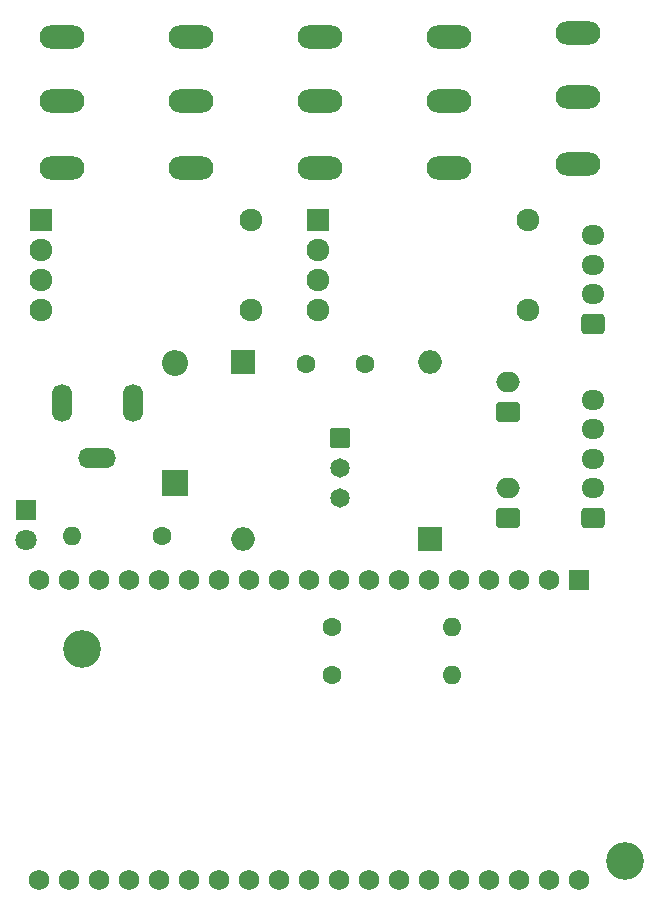
<source format=gbr>
%TF.GenerationSoftware,KiCad,Pcbnew,7.0.10*%
%TF.CreationDate,2025-05-14T10:04:40+02:00*%
%TF.ProjectId,Carte_driver_LED,43617274-655f-4647-9269-7665725f4c45,rev?*%
%TF.SameCoordinates,Original*%
%TF.FileFunction,Soldermask,Top*%
%TF.FilePolarity,Negative*%
%FSLAX46Y46*%
G04 Gerber Fmt 4.6, Leading zero omitted, Abs format (unit mm)*
G04 Created by KiCad (PCBNEW 7.0.10) date 2025-05-14 10:04:40*
%MOMM*%
%LPD*%
G01*
G04 APERTURE LIST*
G04 Aperture macros list*
%AMRoundRect*
0 Rectangle with rounded corners*
0 $1 Rounding radius*
0 $2 $3 $4 $5 $6 $7 $8 $9 X,Y pos of 4 corners*
0 Add a 4 corners polygon primitive as box body*
4,1,4,$2,$3,$4,$5,$6,$7,$8,$9,$2,$3,0*
0 Add four circle primitives for the rounded corners*
1,1,$1+$1,$2,$3*
1,1,$1+$1,$4,$5*
1,1,$1+$1,$6,$7*
1,1,$1+$1,$8,$9*
0 Add four rect primitives between the rounded corners*
20,1,$1+$1,$2,$3,$4,$5,0*
20,1,$1+$1,$4,$5,$6,$7,0*
20,1,$1+$1,$6,$7,$8,$9,0*
20,1,$1+$1,$8,$9,$2,$3,0*%
G04 Aperture macros list end*
%ADD10O,3.804000X2.004000*%
%ADD11C,1.600000*%
%ADD12O,1.600000X1.600000*%
%ADD13RoundRect,0.102000X-0.724000X0.724000X-0.724000X-0.724000X0.724000X-0.724000X0.724000X0.724000X0*%
%ADD14C,1.652000*%
%ADD15RoundRect,0.102000X-0.862500X-0.862500X0.862500X-0.862500X0.862500X0.862500X-0.862500X0.862500X0*%
%ADD16C,1.929000*%
%ADD17RoundRect,0.250000X0.725000X-0.600000X0.725000X0.600000X-0.725000X0.600000X-0.725000X-0.600000X0*%
%ADD18O,1.950000X1.700000*%
%ADD19O,1.712000X3.220000*%
%ADD20O,3.220000X1.712000*%
%ADD21RoundRect,0.250000X0.750000X-0.600000X0.750000X0.600000X-0.750000X0.600000X-0.750000X-0.600000X0*%
%ADD22O,2.000000X1.700000*%
%ADD23R,2.200000X2.200000*%
%ADD24O,2.200000X2.200000*%
%ADD25C,3.200000*%
%ADD26R,2.000000X2.000000*%
%ADD27O,2.000000X2.000000*%
%ADD28R,1.800000X1.800000*%
%ADD29C,1.800000*%
%ADD30RoundRect,0.102000X-0.765000X0.765000X-0.765000X-0.765000X0.765000X-0.765000X0.765000X0.765000X0*%
%ADD31C,1.734000*%
G04 APERTURE END LIST*
D10*
%TO.C,J3*%
X48175000Y-22250000D03*
X48175000Y-27650000D03*
X48175000Y-33350000D03*
%TD*%
D11*
%TO.C,R1*%
X34810000Y-64450000D03*
D12*
X27190000Y-64450000D03*
%TD*%
D13*
%TO.C,U1*%
X49915000Y-56200000D03*
D14*
X49915000Y-58740000D03*
X49915000Y-61280000D03*
%TD*%
D15*
%TO.C,U3*%
X48045000Y-37685000D03*
D16*
X48045000Y-40225000D03*
X48045000Y-42765000D03*
X48045000Y-45305000D03*
X65825000Y-45305000D03*
X65825000Y-37685000D03*
%TD*%
D11*
%TO.C,R3*%
X49220000Y-76200000D03*
D12*
X59380000Y-76200000D03*
%TD*%
D17*
%TO.C,J8*%
X71325000Y-46500000D03*
D18*
X71325000Y-44000000D03*
X71325000Y-41500000D03*
X71325000Y-39000000D03*
%TD*%
D10*
%TO.C,J4*%
X37250000Y-22250000D03*
X37250000Y-27650000D03*
X37250000Y-33350000D03*
%TD*%
D19*
%TO.C,J1*%
X32325000Y-53200000D03*
X26325000Y-53200000D03*
D20*
X29325000Y-57900000D03*
%TD*%
D10*
%TO.C,J5*%
X26325000Y-22250000D03*
X26325000Y-27650000D03*
X26325000Y-33350000D03*
%TD*%
D21*
%TO.C,J9*%
X64091666Y-53950000D03*
D22*
X64091666Y-51450000D03*
%TD*%
D23*
%TO.C,D4*%
X35900000Y-59960000D03*
D24*
X35900000Y-49800000D03*
%TD*%
D25*
%TO.C,H1*%
X74000000Y-92000000D03*
%TD*%
D11*
%TO.C,C2*%
X47025000Y-49950000D03*
X52025000Y-49950000D03*
%TD*%
D10*
%TO.C,J2*%
X59100000Y-22250000D03*
X59100000Y-27650000D03*
X59100000Y-33350000D03*
%TD*%
D25*
%TO.C,H2*%
X28000000Y-74000000D03*
%TD*%
D15*
%TO.C,U4*%
X24595000Y-37685000D03*
D16*
X24595000Y-40225000D03*
X24595000Y-42765000D03*
X24595000Y-45305000D03*
X42375000Y-45305000D03*
X42375000Y-37685000D03*
%TD*%
D26*
%TO.C,C3*%
X57500000Y-64700000D03*
D27*
X57500000Y-49700000D03*
%TD*%
D28*
%TO.C,D1*%
X23325000Y-62250000D03*
D29*
X23325000Y-64790000D03*
%TD*%
D26*
%TO.C,C1*%
X41675000Y-49700000D03*
D27*
X41675000Y-64700000D03*
%TD*%
D10*
%TO.C,J6*%
X70025000Y-21900000D03*
X70025000Y-27300000D03*
X70025000Y-33000000D03*
%TD*%
D30*
%TO.C,U2*%
X70105000Y-68200000D03*
D31*
X67565000Y-68200000D03*
X65025000Y-68200000D03*
X62485000Y-68200000D03*
X59945000Y-68200000D03*
X57405000Y-68200000D03*
X54865000Y-68200000D03*
X52325000Y-68200000D03*
X49785000Y-68200000D03*
X47245000Y-68200000D03*
X44705000Y-68200000D03*
X42165000Y-68200000D03*
X39625000Y-68200000D03*
X37085000Y-68200000D03*
X34545000Y-68200000D03*
X32005000Y-68200000D03*
X29465000Y-68200000D03*
X26925000Y-68200000D03*
X24385000Y-68200000D03*
X24385000Y-93600000D03*
X26925000Y-93600000D03*
X29465000Y-93600000D03*
X32005000Y-93600000D03*
X34545000Y-93600000D03*
X37085000Y-93600000D03*
X39625000Y-93600000D03*
X42165000Y-93600000D03*
X44705000Y-93600000D03*
X47245000Y-93600000D03*
X49785000Y-93600000D03*
X52325000Y-93600000D03*
X54865000Y-93600000D03*
X57405000Y-93600000D03*
X59945000Y-93600000D03*
X62485000Y-93600000D03*
X65025000Y-93600000D03*
X67565000Y-93600000D03*
X70105000Y-93600000D03*
%TD*%
D21*
%TO.C,J10*%
X64091666Y-62950000D03*
D22*
X64091666Y-60450000D03*
%TD*%
D11*
%TO.C,R2*%
X49220000Y-72200000D03*
D12*
X59380000Y-72200000D03*
%TD*%
D17*
%TO.C,J7*%
X71325000Y-62950000D03*
D18*
X71325000Y-60450000D03*
X71325000Y-57950000D03*
X71325000Y-55450000D03*
X71325000Y-52950000D03*
%TD*%
M02*

</source>
